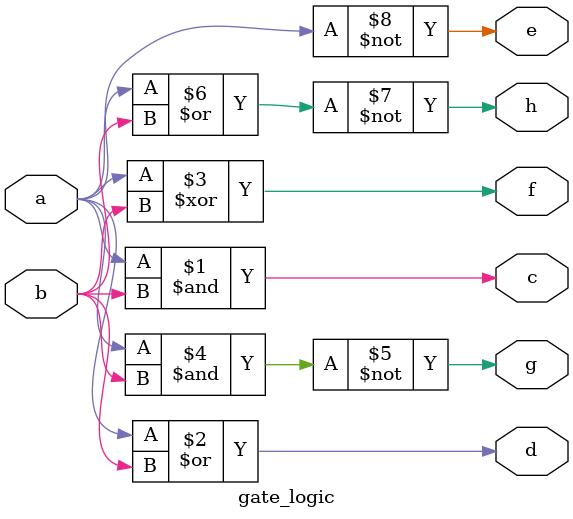
<source format=v>
`timescale 1ns / 1ps
module gate_logic(a,b,c,d,e,f,g,h);

input a,b;
output c,d,e,f,g,h;

and(c,a,b);
or(d,a,b);
not(e,a);
xor(f,a,b);
nand(g,a,b);
nor(h,a,b);

endmodule

</source>
